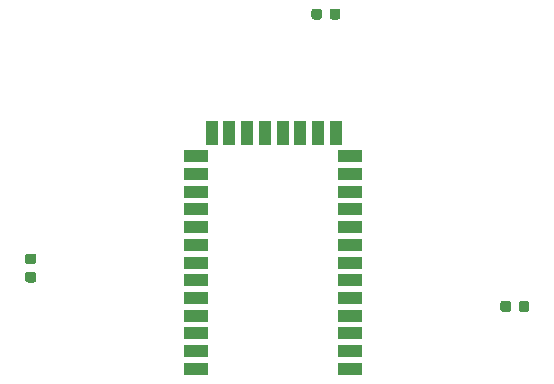
<source format=gbr>
%TF.GenerationSoftware,KiCad,Pcbnew,(5.1.7)-1*%
%TF.CreationDate,2021-05-03T22:06:55+02:00*%
%TF.ProjectId,Kaszmir,4b61737a-6d69-4722-9e6b-696361645f70,rev?*%
%TF.SameCoordinates,Original*%
%TF.FileFunction,Paste,Bot*%
%TF.FilePolarity,Positive*%
%FSLAX46Y46*%
G04 Gerber Fmt 4.6, Leading zero omitted, Abs format (unit mm)*
G04 Created by KiCad (PCBNEW (5.1.7)-1) date 2021-05-03 22:06:55*
%MOMM*%
%LPD*%
G01*
G04 APERTURE LIST*
%ADD10R,1.000000X2.000000*%
%ADD11R,2.000000X1.000000*%
G04 APERTURE END LIST*
%TO.C,C10*%
G36*
G01*
X99675000Y-133250000D02*
X99675000Y-133750000D01*
G75*
G02*
X99450000Y-133975000I-225000J0D01*
G01*
X99000000Y-133975000D01*
G75*
G02*
X98775000Y-133750000I0J225000D01*
G01*
X98775000Y-133250000D01*
G75*
G02*
X99000000Y-133025000I225000J0D01*
G01*
X99450000Y-133025000D01*
G75*
G02*
X99675000Y-133250000I0J-225000D01*
G01*
G37*
G36*
G01*
X101225000Y-133250000D02*
X101225000Y-133750000D01*
G75*
G02*
X101000000Y-133975000I-225000J0D01*
G01*
X100550000Y-133975000D01*
G75*
G02*
X100325000Y-133750000I0J225000D01*
G01*
X100325000Y-133250000D01*
G75*
G02*
X100550000Y-133025000I225000J0D01*
G01*
X101000000Y-133025000D01*
G75*
G02*
X101225000Y-133250000I0J-225000D01*
G01*
G37*
%TD*%
D10*
%TO.C,R12*%
X100830000Y-143540000D03*
X99330000Y-143540000D03*
X97830000Y-143540000D03*
X96330000Y-143540000D03*
X94830000Y-143540000D03*
X93330000Y-143540000D03*
X91830000Y-143540000D03*
X90330000Y-143540000D03*
D11*
X102030000Y-163540000D03*
X89030000Y-163540000D03*
X102030000Y-162040000D03*
X89030000Y-162040000D03*
X102030000Y-160540000D03*
X89030000Y-160540000D03*
X102030000Y-159040000D03*
X89030000Y-159040000D03*
X102030000Y-157540000D03*
X89030000Y-157540000D03*
X102030000Y-156040000D03*
X89030000Y-156040000D03*
X102030000Y-154540000D03*
X89030000Y-154540000D03*
X102030000Y-153040000D03*
X89030000Y-153040000D03*
X102030000Y-151540000D03*
X89030000Y-151540000D03*
X102030000Y-150040000D03*
X89030000Y-150040000D03*
X102030000Y-148540000D03*
X89030000Y-148540000D03*
X102030000Y-147040000D03*
X89030000Y-147040000D03*
X102030000Y-145540000D03*
X89030000Y-145540000D03*
%TD*%
%TO.C,C6*%
G36*
G01*
X115675000Y-158000000D02*
X115675000Y-158500000D01*
G75*
G02*
X115450000Y-158725000I-225000J0D01*
G01*
X115000000Y-158725000D01*
G75*
G02*
X114775000Y-158500000I0J225000D01*
G01*
X114775000Y-158000000D01*
G75*
G02*
X115000000Y-157775000I225000J0D01*
G01*
X115450000Y-157775000D01*
G75*
G02*
X115675000Y-158000000I0J-225000D01*
G01*
G37*
G36*
G01*
X117225000Y-158000000D02*
X117225000Y-158500000D01*
G75*
G02*
X117000000Y-158725000I-225000J0D01*
G01*
X116550000Y-158725000D01*
G75*
G02*
X116325000Y-158500000I0J225000D01*
G01*
X116325000Y-158000000D01*
G75*
G02*
X116550000Y-157775000I225000J0D01*
G01*
X117000000Y-157775000D01*
G75*
G02*
X117225000Y-158000000I0J-225000D01*
G01*
G37*
%TD*%
%TO.C,C3*%
G36*
G01*
X75250000Y-154675000D02*
X74750000Y-154675000D01*
G75*
G02*
X74525000Y-154450000I0J225000D01*
G01*
X74525000Y-154000000D01*
G75*
G02*
X74750000Y-153775000I225000J0D01*
G01*
X75250000Y-153775000D01*
G75*
G02*
X75475000Y-154000000I0J-225000D01*
G01*
X75475000Y-154450000D01*
G75*
G02*
X75250000Y-154675000I-225000J0D01*
G01*
G37*
G36*
G01*
X75250000Y-156225000D02*
X74750000Y-156225000D01*
G75*
G02*
X74525000Y-156000000I0J225000D01*
G01*
X74525000Y-155550000D01*
G75*
G02*
X74750000Y-155325000I225000J0D01*
G01*
X75250000Y-155325000D01*
G75*
G02*
X75475000Y-155550000I0J-225000D01*
G01*
X75475000Y-156000000D01*
G75*
G02*
X75250000Y-156225000I-225000J0D01*
G01*
G37*
%TD*%
M02*

</source>
